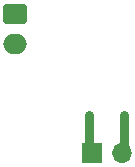
<source format=gbr>
%TF.GenerationSoftware,KiCad,Pcbnew,8.0.5*%
%TF.CreationDate,2025-11-11T23:33:08+01:00*%
%TF.ProjectId,TPS61221DCKx ( fixed output ),54505336-3132-4323-9144-434b78202820,rev?*%
%TF.SameCoordinates,Original*%
%TF.FileFunction,Copper,L1,Top*%
%TF.FilePolarity,Positive*%
%FSLAX46Y46*%
G04 Gerber Fmt 4.6, Leading zero omitted, Abs format (unit mm)*
G04 Created by KiCad (PCBNEW 8.0.5) date 2025-11-11 23:33:08*
%MOMM*%
%LPD*%
G01*
G04 APERTURE LIST*
G04 Aperture macros list*
%AMRoundRect*
0 Rectangle with rounded corners*
0 $1 Rounding radius*
0 $2 $3 $4 $5 $6 $7 $8 $9 X,Y pos of 4 corners*
0 Add a 4 corners polygon primitive as box body*
4,1,4,$2,$3,$4,$5,$6,$7,$8,$9,$2,$3,0*
0 Add four circle primitives for the rounded corners*
1,1,$1+$1,$2,$3*
1,1,$1+$1,$4,$5*
1,1,$1+$1,$6,$7*
1,1,$1+$1,$8,$9*
0 Add four rect primitives between the rounded corners*
20,1,$1+$1,$2,$3,$4,$5,0*
20,1,$1+$1,$4,$5,$6,$7,0*
20,1,$1+$1,$6,$7,$8,$9,0*
20,1,$1+$1,$8,$9,$2,$3,0*%
G04 Aperture macros list end*
%TA.AperFunction,ComponentPad*%
%ADD10RoundRect,0.250000X-0.750000X0.600000X-0.750000X-0.600000X0.750000X-0.600000X0.750000X0.600000X0*%
%TD*%
%TA.AperFunction,ComponentPad*%
%ADD11O,2.000000X1.700000*%
%TD*%
%TA.AperFunction,ComponentPad*%
%ADD12R,1.700000X1.700000*%
%TD*%
%TA.AperFunction,ComponentPad*%
%ADD13O,1.700000X1.700000*%
%TD*%
%TA.AperFunction,ViaPad*%
%ADD14C,0.600000*%
%TD*%
%TA.AperFunction,Conductor*%
%ADD15C,0.800000*%
%TD*%
G04 APERTURE END LIST*
D10*
%TO.P,BT1,1,+*%
%TO.N,Vbat*%
X140437500Y-100043750D03*
D11*
%TO.P,BT1,2,-*%
%TO.N,GND*%
X140437500Y-102543750D03*
%TD*%
D12*
%TO.P,J1,1,Pin_1*%
%TO.N,GND*%
X146937500Y-111793750D03*
D13*
%TO.P,J1,2,Pin_2*%
%TO.N,VCC*%
X149477500Y-111793750D03*
%TD*%
D14*
%TO.N,GND*%
X146687500Y-108543750D03*
%TO.N,VCC*%
X149687500Y-108543750D03*
%TD*%
D15*
%TO.N,GND*%
X146687500Y-111543750D02*
X146937500Y-111793750D01*
X146687500Y-108543750D02*
X146687500Y-111543750D01*
%TO.N,VCC*%
X149687500Y-111583750D02*
X149477500Y-111793750D01*
X149687500Y-108543750D02*
X149687500Y-111583750D01*
%TD*%
M02*

</source>
